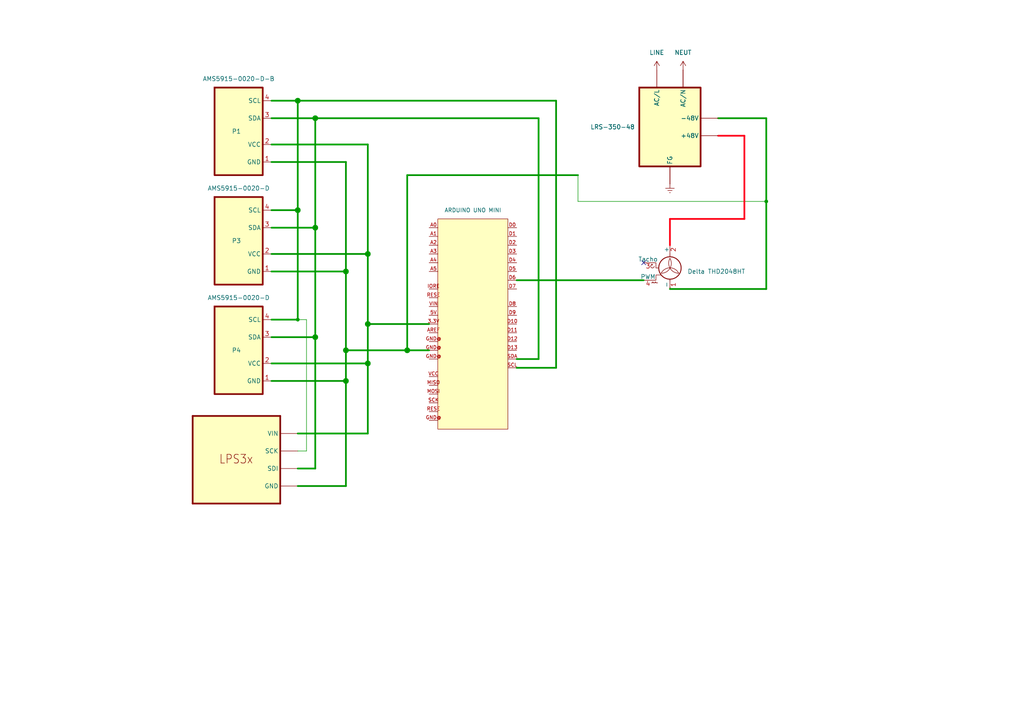
<source format=kicad_sch>
(kicad_sch (version 20211123) (generator eeschema)
  (paper "A4")
  (lib_symbols
    (symbol "AMS5915:AMS5915-0020-D-X"
      (property "Reference" "P" (at -5.08 0 0))
      (property "Value" "AMS5915-0020-D-X" (at 1.27 15.24 0))
      (symbol "AMS5915-0020-D-X_0_1"
        (rectangle (start -6.35 12.7) (end 7.62 -12.7) (stroke (width 0.5)) (fill (type background)))
      )
      (symbol "AMS5915-0020-D-X_1_1"
        (pin input line (at 10.16 -8.89 180) (length 2.54) (name "GND") (number "1"))
        (pin input line (at 10.16 -3.81 180) (length 2.54) (name "VCC") (number "2"))
        (pin output line (at 10.16 3.81 180) (length 2.54) (name "SDA") (number "3"))
        (pin input line (at 10.16 8.89 180) (length 2.54) (name "SCL") (number "4"))
      )
    )
    (symbol "Adafruit LPS35HW-eagle-import:LPS35HWLPS35HW" (pin_numbers hide)
      (symbol "LPS35HWLPS35HW_1_0"
        (rectangle (start -12.7 12.7) (end 12.7 -12.7) (fill (type background)))
        (polyline (pts (xy -12.7 -12.7) (xy 12.7 -12.7)) (stroke (width 0.5)))
        (polyline (pts (xy -12.7 12.7) (xy -12.7 -12.7)) (stroke (width 0.5)))
        (polyline (pts (xy 12.7 -12.7) (xy 12.7 12.7)) (stroke (width 0.5)))
        (polyline (pts (xy 12.7 12.7) (xy -12.7 12.7)) (stroke (width 0.5)) (fill (type background)))
        (text "LPS3x" (at -5.08 -1.27 0) (effects (font (size 2.54 2.159)) (justify left bottom)))
        (pin power_in line (at 17.78 7.62 180) (length 5.08) (name "VIN") (number "10"))
        (pin input line (at 17.78 2.54 180) (length 5.08) (name "SCK") (number "2"))
        (pin power_in line (at 17.78 -7.62 180) (length 5.08) (name "GND") (number "3"))
        (pin bidirectional line (at 17.78 -2.54 180) (length 5.08) (name "SDI") (number "5"))
      )
    )
    (symbol "LRS350:LRS-350-48"
      (property "Value" "LRS-350-48" (at -10.16 0.0001 0))
      (symbol "LRS-350-48_0_1"
        (rectangle (start -8.89 11.43) (end 8.89 -11.43) (stroke (width 0.5)) (fill (type background)))
      )
      (symbol "LRS-350-48_1_0"
        (pin power_in line (at 0 -16.51 90) (length 5.08) (name "FG") (number ""))
        (pin power_in line (at -3.81 16.51 270) (length 5.08) (name "AC/L") (number "1"))
        (pin power_in line (at 3.81 16.51 270) (length 5.08) (name "AC/N") (number "2"))
        (pin power_out line (at 13.97 -2.54 180) (length 5.08) (name "+48V") (number "4"))
        (pin power_out line (at 13.97 2.54 180) (length 5.08) (name "-48V") (number "4"))
      )
    )
    (symbol "Motor:Fan_4pin" (pin_names (offset 0))
      (property "Reference" "M" (at 2.54 5.08 0))
      (property "Value" "Fan_4pin" (at 2.54 -2.54 0))
      (symbol "Fan_4pin_0_0"
        (arc (start -5.588 1.524) (mid -5.08 1.016) (end -4.572 1.524))
        (arc (start -5.08 2.032) (mid -5.4392 1.8832) (end -5.588 1.524))
        (polyline (pts (xy -5.08 2.032) (xy -5.334 2.159)))
        (polyline (pts (xy -5.08 2.032) (xy -5.207 1.778)))
        (polyline (pts (xy -4.064 2.54) (xy -4.064 1.016) (xy -3.302 1.016)))
      )
      (symbol "Fan_4pin_0_1"
        (arc (start -2.54 -0.508) (mid -0.0014 0.9048) (end 0 3.81))
        (polyline (pts (xy -4.064 2.54) (xy -5.08 2.54)))
        (polyline (pts (xy 0 -5.08) (xy 0 -4.572)))
        (polyline (pts (xy 0 -2.2352) (xy 0 -2.6416)))
        (polyline (pts (xy 0 4.2672) (xy 0 4.6228)))
        (polyline (pts (xy 0 4.572) (xy 0 5.08)))
        (polyline (pts (xy -2.54 -1.016) (xy -4.064 -1.016) (xy -4.064 -2.54) (xy -5.08 -2.54)))
        (polyline (pts (xy -5.334 -3.302) (xy -5.08 -3.302) (xy -5.08 -3.048) (xy -4.826 -3.048) (xy -4.826 -3.302) (xy -4.318 -3.302) (xy -4.318 -3.048) (xy -4.064 -3.048) (xy -4.064 -3.302) (xy -3.556 -3.302)))
        (circle (center 0 1.016) (radius 3.2512) (stroke (width 0.254)))
        (arc (start 0 3.81) (mid 0.0468 0.9314) (end 2.54 -0.508))
        (arc (start 2.54 -0.508) (mid 0 1.0618) (end -2.54 -0.508))
      )
      (symbol "Fan_4pin_1_1"
        (pin passive line (at 0 -5.08 90) (length 2.54) (name "-") (number "1"))
        (pin passive line (at 0 7.62 270) (length 2.54) (name "+") (number "2"))
        (pin passive line (at -7.62 2.54 0) (length 2.54) (name "Tacho") (number "3"))
        (pin input line (at -7.62 -2.54 0) (length 2.54) (name "PWM") (number "4"))
      )
    )
    (symbol "SparkFun-Boards:ARDUINO_UNO_R3" (pin_names (offset 1.016) hide)
      (property "Reference" "B" (at -10.16 31.75 0))
      (property "Value" "ARDUINO_UNO_R3" (at -10.16 -33.02 0))
      (property "Field4" "XXX-00000" (at 0 35.56 0))
      (symbol "ARDUINO_UNO_R3_1_1"
        (polyline (pts (xy -10.16 -30.48) (xy -10.16 30.48) (xy 10.16 30.48) (xy 10.16 -30.48) (xy -10.16 -30.48)) (fill (type background)))
        (pin bidirectional line (at -12.7 0 0) (length 2.54) (name "3.3V") (number "3.3V"))
        (pin bidirectional line (at -12.7 2.54 0) (length 2.54) (name "5V") (number "5V"))
        (pin bidirectional line (at -12.7 27.94 0) (length 2.54) (name "A0") (number "A0"))
        (pin bidirectional line (at -12.7 25.4 0) (length 2.54) (name "A1") (number "A1"))
        (pin bidirectional line (at -12.7 22.86 0) (length 2.54) (name "A2") (number "A2"))
        (pin bidirectional line (at -12.7 20.32 0) (length 2.54) (name "A3") (number "A3"))
        (pin bidirectional line (at -12.7 17.78 0) (length 2.54) (name "A4") (number "A4"))
        (pin bidirectional line (at -12.7 15.24 0) (length 2.54) (name "A5") (number "A5"))
        (pin bidirectional line (at -12.7 -2.54 0) (length 2.54) (name "AREF") (number "AREF"))
        (pin bidirectional line (at 12.7 27.94 180) (length 2.54) (name "D0") (number "D0"))
        (pin bidirectional line (at 12.7 25.4 180) (length 2.54) (name "D1") (number "D1"))
        (pin bidirectional line (at 12.7 0 180) (length 2.54) (name "*D10") (number "D10"))
        (pin bidirectional line (at 12.7 -2.54 180) (length 2.54) (name "*D11") (number "D11"))
        (pin bidirectional line (at 12.7 -5.08 180) (length 2.54) (name "D12") (number "D12"))
        (pin bidirectional line (at 12.7 -7.62 180) (length 2.54) (name "D13") (number "D13"))
        (pin bidirectional line (at 12.7 22.86 180) (length 2.54) (name "D2") (number "D2"))
        (pin bidirectional line (at 12.7 20.32 180) (length 2.54) (name "*D3") (number "D3"))
        (pin bidirectional line (at 12.7 17.78 180) (length 2.54) (name "D4") (number "D4"))
        (pin bidirectional line (at 12.7 15.24 180) (length 2.54) (name "*D5") (number "D5"))
        (pin bidirectional line (at 12.7 12.7 180) (length 2.54) (name "*D6") (number "D6"))
        (pin bidirectional line (at 12.7 10.16 180) (length 2.54) (name "D7") (number "D7"))
        (pin bidirectional line (at 12.7 5.08 180) (length 2.54) (name "D8") (number "D8"))
        (pin bidirectional line (at 12.7 2.54 180) (length 2.54) (name "*D9") (number "D9"))
        (pin bidirectional line (at -12.7 -27.94 0) (length 2.54) (name "GND") (number "GND@"))
        (pin bidirectional line (at -12.7 -10.16 0) (length 2.54) (name "GND") (number "GND@"))
        (pin bidirectional line (at -12.7 -7.62 0) (length 2.54) (name "GND") (number "GND@"))
        (pin bidirectional line (at -12.7 -5.08 0) (length 2.54) (name "GND") (number "GND@"))
        (pin bidirectional line (at -12.7 10.16 0) (length 2.54) (name "IOREF") (number "IORE"))
        (pin bidirectional line (at -12.7 -17.78 0) (length 2.54) (name "MISO") (number "MISO"))
        (pin bidirectional line (at -12.7 -20.32 0) (length 2.54) (name "MOSI") (number "MOSI"))
        (pin bidirectional line (at -12.7 -25.4 0) (length 2.54) (name "~{RESET}") (number "RESE"))
        (pin bidirectional line (at -12.7 7.62 0) (length 2.54) (name "~{RESET}") (number "RESE"))
        (pin bidirectional line (at -12.7 -22.86 0) (length 2.54) (name "SCK") (number "SCK"))
        (pin bidirectional line (at 12.7 -12.7 180) (length 2.54) (name "SCL") (number "SCL"))
        (pin bidirectional line (at 12.7 -10.16 180) (length 2.54) (name "SDA") (number "SDA"))
        (pin bidirectional line (at -12.7 -15.24 0) (length 2.54) (name "VCC") (number "VCC"))
        (pin bidirectional line (at -12.7 5.08 0) (length 2.54) (name "VIN") (number "VIN"))
      )
    )
    (symbol "power:Earth" (power) (pin_names (offset 0))
      (symbol "Earth_0_1"
        (polyline (pts (xy -0.635 -1.905) (xy 0.635 -1.905)))
        (polyline (pts (xy -0.127 -2.54) (xy 0.127 -2.54)))
        (polyline (pts (xy 0 -1.27) (xy 0 0)))
        (polyline (pts (xy 1.27 -1.27) (xy -1.27 -1.27)))
      )
      (symbol "Earth_1_1"
        (pin power_in line (at 0 0 270) (length 0) hide (name "Earth") (number "1"))
      )
    )
    (symbol "power:LINE" (power) (pin_names (offset 0))
      (property "Value" "LINE" (at 0 3.81 0))
      (symbol "LINE_0_1"
        (polyline (pts (xy -0.762 1.27) (xy 0 2.54)))
        (polyline (pts (xy 0 0) (xy 0 2.54)))
        (polyline (pts (xy 0 2.54) (xy 0.762 1.27)))
      )
      (symbol "LINE_1_1"
        (pin power_in line (at 0 0 90) (length 0) hide (name "LINE") (number "1"))
      )
    )
    (symbol "power:NEUT" (power) (pin_names (offset 0))
      (property "Value" "NEUT" (at 0 3.81 0))
      (symbol "NEUT_0_1"
        (polyline (pts (xy -0.762 1.27) (xy 0 2.54)))
        (polyline (pts (xy 0 0) (xy 0 2.54)))
        (polyline (pts (xy 0 2.54) (xy 0.762 1.27)))
      )
      (symbol "NEUT_1_1"
        (pin power_in line (at 0 0 90) (length 0) hide (name "NEUT") (number "1"))
      )
    )
  )
  (junction (at 118.11 101.6) (diameter 1.5))
  (junction (at 86.36 60.96) (diameter 1.5))
  (junction (at 100.33 78.74) (diameter 1.5))
  (junction (at 91.44 34.29) (diameter 1.5))
  (junction (at 106.68 73.66) (diameter 1.5))
  (junction (at 222.25 58.42))
  (junction (at 100.33 101.6) (diameter 1.5))
  (junction (at 86.36 29.21) (diameter 1.5))
  (junction (at 106.68 105.41) (diameter 1.5))
  (junction (at 86.36 92.71))
  (junction (at 91.44 66.04) (diameter 1.5))
  (junction (at 100.33 110.49) (diameter 1.5))
  (junction (at 91.44 97.79) (diameter 1.5))
  (junction (at 106.68 93.98) (diameter 1.5))
  (no_connect (at 186.69 76.2))
  (wire (pts (xy 86.36 125.73) (xy 106.68 125.73)) (stroke (width 0.5)))
  (wire (pts (xy 78.74 60.96) (xy 86.36 60.96)) (stroke (width 0.5)))
  (wire (pts (xy 106.68 125.73) (xy 106.68 105.41)) (stroke (width 0.5)))
  (wire (pts (xy 78.74 97.79) (xy 91.44 97.79)) (stroke (width 0.5)))
  (wire (pts (xy 100.33 46.99) (xy 78.74 46.99)) (stroke (width 0.5)))
  (wire (pts (xy 215.9 39.37) (xy 215.9 63.5)) (stroke (width 0.5) (color 255 0 20 1)))
  (wire (pts (xy 100.33 78.74) (xy 100.33 46.99)) (stroke (width 0.5)))
  (wire (pts (xy 91.44 135.89) (xy 91.44 97.79)) (stroke (width 0.5)))
  (wire (pts (xy 208.28 39.37) (xy 215.9 39.37)) (stroke (width 0.5) (color 255 0 20 1)))
  (wire (pts (xy 106.68 73.66) (xy 78.74 73.66)) (stroke (width 0.5)))
  (wire (pts (xy 88.9 92.71) (xy 86.36 92.71)))
  (wire (pts (xy 118.11 50.8) (xy 118.11 101.6)) (stroke (width 0.5)))
  (wire (pts (xy 88.9 130.81) (xy 88.9 92.71)))
  (wire (pts (xy 118.11 101.6) (xy 124.46 101.6)) (stroke (width 0.5)))
  (wire (pts (xy 100.33 101.6) (xy 100.33 110.49)) (stroke (width 0.5)))
  (wire (pts (xy 100.33 101.6) (xy 100.33 78.74)) (stroke (width 0.5)))
  (wire (pts (xy 222.25 34.29) (xy 222.25 58.42)) (stroke (width 0.5)))
  (wire (pts (xy 78.74 105.41) (xy 106.68 105.41)) (stroke (width 0.5)))
  (wire (pts (xy 100.33 140.97) (xy 100.33 110.49)) (stroke (width 0.5)))
  (wire (pts (xy 161.29 29.21) (xy 161.29 106.68)) (stroke (width 0.5)))
  (wire (pts (xy 106.68 73.66) (xy 106.68 93.98)) (stroke (width 0.5)))
  (wire (pts (xy 78.74 29.21) (xy 86.36 29.21)) (stroke (width 0.5)))
  (wire (pts (xy 167.64 58.42) (xy 222.25 58.42)))
  (wire (pts (xy 78.74 92.71) (xy 86.36 92.71)) (stroke (width 0.5)))
  (wire (pts (xy 91.44 34.29) (xy 78.74 34.29)) (stroke (width 0.5)))
  (wire (pts (xy 167.64 50.8) (xy 118.11 50.8)) (stroke (width 0.5)))
  (wire (pts (xy 86.36 140.97) (xy 100.33 140.97)) (stroke (width 0.5)))
  (wire (pts (xy 100.33 110.49) (xy 78.74 110.49)) (stroke (width 0.5)))
  (wire (pts (xy 156.21 34.29) (xy 91.44 34.29)) (stroke (width 0.5)))
  (wire (pts (xy 91.44 66.04) (xy 91.44 34.29)) (stroke (width 0.5)))
  (wire (pts (xy 86.36 135.89) (xy 91.44 135.89)) (stroke (width 0.5)))
  (wire (pts (xy 156.21 104.14) (xy 156.21 34.29)) (stroke (width 0.5)))
  (wire (pts (xy 78.74 66.04) (xy 91.44 66.04)) (stroke (width 0.5)))
  (wire (pts (xy 86.36 130.81) (xy 88.9 130.81)))
  (wire (pts (xy 78.74 78.74) (xy 100.33 78.74)) (stroke (width 0.5)))
  (wire (pts (xy 86.36 92.71) (xy 86.36 60.96)) (stroke (width 0.5)))
  (wire (pts (xy 91.44 97.79) (xy 91.44 66.04)) (stroke (width 0.5)))
  (wire (pts (xy 149.86 81.28) (xy 186.69 81.28)) (stroke (width 0.5)))
  (wire (pts (xy 208.28 34.29) (xy 222.25 34.29)) (stroke (width 0.5)))
  (wire (pts (xy 106.68 41.91) (xy 78.74 41.91)) (stroke (width 0.5)))
  (wire (pts (xy 194.31 63.5) (xy 215.9 63.5)) (stroke (width 0.5) (color 255 0 20 1)))
  (wire (pts (xy 86.36 29.21) (xy 161.29 29.21)) (stroke (width 0.5)))
  (wire (pts (xy 106.68 93.98) (xy 124.46 93.98)) (stroke (width 0.5)))
  (wire (pts (xy 106.68 93.98) (xy 106.68 105.41)) (stroke (width 0.5)))
  (wire (pts (xy 106.68 73.66) (xy 106.68 41.91)) (stroke (width 0.5)))
  (wire (pts (xy 100.33 101.6) (xy 118.11 101.6)) (stroke (width 0.5)))
  (wire (pts (xy 194.31 83.82) (xy 222.25 83.82)) (stroke (width 0.5)))
  (wire (pts (xy 86.36 60.96) (xy 86.36 29.21)) (stroke (width 0.5)))
  (wire (pts (xy 222.25 58.42) (xy 222.25 83.82)) (stroke (width 0.5)))
  (wire (pts (xy 167.64 50.8) (xy 167.64 58.42)))
  (wire (pts (xy 161.29 106.68) (xy 149.86 106.68)) (stroke (width 0.5)))
  (wire (pts (xy 149.86 104.14) (xy 156.21 104.14)) (stroke (width 0.5)))
  (wire (pts (xy 194.31 63.5) (xy 194.31 71.12)) (stroke (width 0.5) (color 255 0 20 1)))
  (symbol (lib_id "power:LINE") (at 190.5 20.32 0) (unit 1)
    (property "Reference" "#PWR?" (effects hide))
    (property "Value" "LINE" (at 190.5 15.24 0))
  )
  (symbol (lib_id "Motor:Fan_4pin") (at 194.31 78.74 0) (unit 1)
    (property "Reference" "M?" (effects hide))
    (property "Value" "Delta THD2048HT" (at 199.39 78.7399 0) (effects (justify left)))
    (property "Datasheet" "http://www.formfactors.org/developer%5Cspecs%5Crev1_2_public.pdf" (effects hide))
  )
  (symbol (lib_id "LRS350:LRS-350-48") (at 194.31 36.83 0) (unit 1)
    (property "Reference" "LRS?" (effects hide))
    (property "Value" "LRS-350-48" (at 184.15 36.8299 0) (effects (justify right)))
  )
  (symbol (lib_id "power:NEUT") (at 198.12 20.32 0) (unit 1)
    (property "Reference" "#PWR?" (effects hide))
    (property "Value" "NEUT" (at 198.12 15.24 0))
  )
  (symbol (lib_id "SparkFun-Boards:ARDUINO_UNO_R3") (at 137.16 93.98 0) (unit 1)
    (property "Reference" "B?" (effects hide))
    (property "Value" "ARDUINO UNO MINI" (at 137.16 60.96 0) (effects (font (size 1.143 1.143))))
    (property "Footprint" "ARDUINO_R3" (effects hide))
    (property "Field4" "XXX-00000" (effects hide))
  )
  (symbol (lib_id "Adafruit LPS35HW-eagle-import:LPS35HWLPS35HW") (at 68.58 133.35 0) (unit 1)
    (property "Reference" "P_abs" (effects hide))
    (property "Value" "LPS3x" (effects hide))
    (property "Footprint" "Adafruit LPS35HW:CCLGA10L" (effects hide))
  )
  (symbol (lib_id "AMS5915:AMS5915-0020-D-X") (at 68.58 101.6 0) (unit 1)
    (property "Reference" "P4" (at 68.58 101.6 0))
    (property "Value" "AMS5915-0020-D" (at 69.215 86.36 0))
  )
  (symbol (lib_id "power:Earth") (at 194.31 53.34 0) (unit 1)
    (property "Reference" "#PWR?" (effects hide))
    (property "Value" "Earth" (effects hide))
  )
  (symbol (lib_id "AMS5915:AMS5915-0020-D-X") (at 68.58 38.1 0) (unit 1)
    (property "Reference" "P1" (at 68.58 38.1 0))
    (property "Value" "AMS5915-0020-D-B" (at 69.215 22.86 0))
  )
  (symbol (lib_id "AMS5915:AMS5915-0020-D-X") (at 68.58 69.85 0) (unit 1)
    (property "Reference" "P3" (at 68.58 69.85 0))
    (property "Value" "AMS5915-0020-D" (at 69.215 54.61 0))
  )
)
</source>
